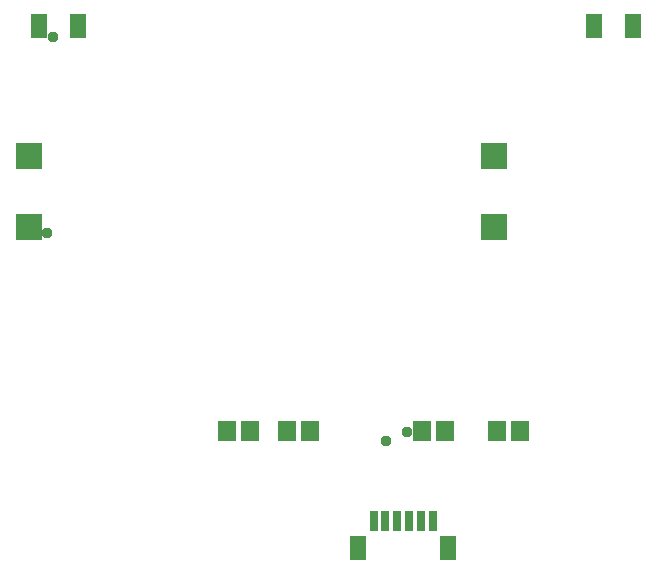
<source format=gts>
G75*
%MOIN*%
%OFA0B0*%
%FSLAX25Y25*%
%IPPOS*%
%LPD*%
%AMOC8*
5,1,8,0,0,1.08239X$1,22.5*
%
%ADD10R,0.03162X0.06902*%
%ADD11R,0.05524X0.07887*%
%ADD12R,0.05800X0.08300*%
%ADD13R,0.05918X0.07099*%
%ADD14R,0.08674X0.08674*%
%ADD15C,0.03778*%
D10*
X0186300Y0096300D03*
X0190237Y0096300D03*
X0194174Y0096300D03*
X0198111Y0096300D03*
X0202048Y0096300D03*
X0205985Y0096300D03*
D11*
X0211103Y0087540D03*
X0181182Y0087540D03*
D12*
X0259800Y0261300D03*
X0272800Y0261300D03*
X0087800Y0261300D03*
X0074800Y0261300D03*
D13*
X0137560Y0126300D03*
X0145040Y0126300D03*
X0157560Y0126300D03*
X0165040Y0126300D03*
X0202560Y0126300D03*
X0210040Y0126300D03*
X0227560Y0126300D03*
X0235040Y0126300D03*
D14*
X0226300Y0194489D03*
X0226300Y0218111D03*
X0071300Y0218111D03*
X0071300Y0194489D03*
D15*
X0077490Y0192500D03*
X0079571Y0257708D03*
X0197500Y0125905D03*
X0190563Y0123130D03*
M02*

</source>
